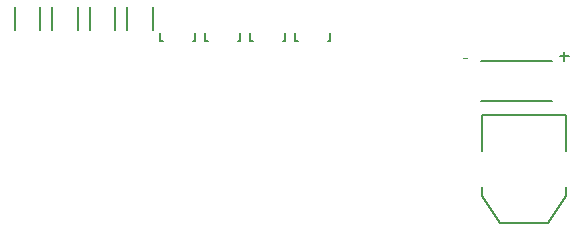
<source format=gbo>
G04 #@! TF.FileFunction,Legend,Bot*
%FSLAX46Y46*%
G04 Gerber Fmt 4.6, Leading zero omitted, Abs format (unit mm)*
G04 Created by KiCad (PCBNEW 4.0.2-stable) date 01.11.2016 20:23:11*
%MOMM*%
G01*
G04 APERTURE LIST*
%ADD10C,0.100000*%
%ADD11C,0.150000*%
G04 APERTURE END LIST*
D10*
X144809524Y-84635714D02*
X145190476Y-84635714D01*
D11*
X146352260Y-88313260D02*
X152351740Y-88313260D01*
X146352260Y-84914740D02*
X152351740Y-84914740D01*
X119150180Y-82499200D02*
X119150180Y-83200240D01*
X119150180Y-83200240D02*
X119399100Y-83200240D01*
X121949160Y-83200240D02*
X122149820Y-83200240D01*
X122149820Y-83200240D02*
X122149820Y-82499200D01*
X122960180Y-82499200D02*
X122960180Y-83200240D01*
X122960180Y-83200240D02*
X123209100Y-83200240D01*
X125759160Y-83200240D02*
X125959820Y-83200240D01*
X125959820Y-83200240D02*
X125959820Y-82499200D01*
X126770180Y-82499200D02*
X126770180Y-83200240D01*
X126770180Y-83200240D02*
X127019100Y-83200240D01*
X129569160Y-83200240D02*
X129769820Y-83200240D01*
X129769820Y-83200240D02*
X129769820Y-82499200D01*
X106875000Y-80280000D02*
X106875000Y-82280000D01*
X109025000Y-82280000D02*
X109025000Y-80280000D01*
X113225000Y-80280000D02*
X113225000Y-82280000D01*
X115375000Y-82280000D02*
X115375000Y-80280000D01*
X110050000Y-80280000D02*
X110050000Y-82280000D01*
X112200000Y-82280000D02*
X112200000Y-80280000D01*
X116400000Y-80280000D02*
X116400000Y-82280000D01*
X118550000Y-82280000D02*
X118550000Y-80280000D01*
X146444000Y-92476000D02*
X146444000Y-89428000D01*
X146444000Y-89428000D02*
X153556000Y-89428000D01*
X153556000Y-89428000D02*
X153556000Y-92476000D01*
X146444000Y-95524000D02*
X146444000Y-96286000D01*
X146444000Y-96286000D02*
X147968000Y-98572000D01*
X147968000Y-98572000D02*
X152032000Y-98572000D01*
X152032000Y-98572000D02*
X153556000Y-96286000D01*
X153556000Y-96286000D02*
X153556000Y-95524000D01*
X130580180Y-82499200D02*
X130580180Y-83200240D01*
X130580180Y-83200240D02*
X130829100Y-83200240D01*
X133379160Y-83200240D02*
X133579820Y-83200240D01*
X133579820Y-83200240D02*
X133579820Y-82499200D01*
X153780952Y-84471429D02*
X153019047Y-84471429D01*
X153399999Y-84852381D02*
X153399999Y-84090476D01*
M02*

</source>
